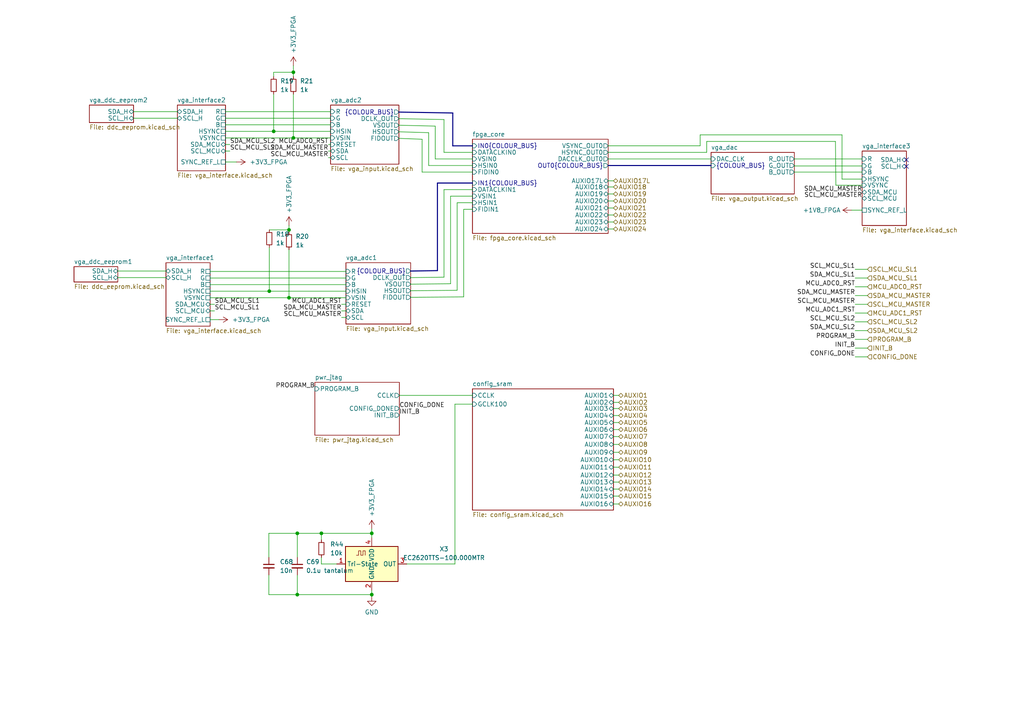
<source format=kicad_sch>
(kicad_sch (version 20211123) (generator eeschema)
  (paper "A4")
  (title_block (title "VGA Centrifuge") (date "2022-10-03") (rev "R3") (comment 1 "Author: Paolo Celati") (comment 2 "FPGA Section"))
  (lib_symbols
    (symbol "Device:C_Small" (pin_numbers hide) (pin_names (offset 0.254) hide)
      (property "Reference" "C" (at 0.254 1.778 0))
      (property "Value" "C_Small" (at 0.254 -2.032 0))
      (symbol "C_Small_0_1"
        (polyline (pts (xy -1.524 -0.508) (xy 1.524 -0.508)) (stroke (width 0.3302)))
        (polyline (pts (xy -1.524 0.508) (xy 1.524 0.508)) (stroke (width 0.3048)))
      )
      (symbol "C_Small_1_1"
        (pin passive line (at 0 2.54 270) (length 2.032) (name "~") (number "1"))
        (pin passive line (at 0 -2.54 90) (length 2.032) (name "~") (number "2"))
      )
    )
    (symbol "Device:R_Small" (pin_numbers hide) (pin_names (offset 0.254) hide)
      (property "Reference" "R" (at 0.762 0.508 0))
      (property "Value" "R_Small" (at 0.762 -1.016 0))
      (symbol "R_Small_0_1"
        (rectangle (start -0.762 1.778) (end 0.762 -1.778) (stroke (width 0.2032)))
      )
      (symbol "R_Small_1_1"
        (pin passive line (at 0 2.54 270) (length 0.762) (name "~") (number "1"))
        (pin passive line (at 0 -2.54 90) (length 0.762) (name "~") (number "2"))
      )
    )
    (symbol "centrifuge_symbols:+1V8_FPGA" (power) (pin_names (offset 0))
      (property "Value" "+1V8_FPGA" (at 0 3.556 90))
      (symbol "+1V8_FPGA_0_1"
        (polyline (pts (xy -0.762 1.27) (xy 0 2.54)))
        (polyline (pts (xy 0 0) (xy 0 2.54)))
        (polyline (pts (xy 0 2.54) (xy 0.762 1.27)))
      )
      (symbol "+1V8_FPGA_1_1"
        (pin power_in line (at 0 0 90) (length 0) hide (name "+1V8_FPGA") (number "1"))
      )
    )
    (symbol "centrifuge_symbols:+3V3_FPGA" (power) (pin_names (offset 0))
      (property "Value" "+3V3_FPGA" (at 0 3.556 90))
      (symbol "+3V3_FPGA_0_1"
        (polyline (pts (xy -0.762 1.27) (xy 0 2.54)))
        (polyline (pts (xy 0 0) (xy 0 2.54)))
        (polyline (pts (xy 0 2.54) (xy 0.762 1.27)))
      )
      (symbol "+3V3_FPGA_1_1"
        (pin power_in line (at 0 0 90) (length 0) hide (name "+3V3_FPGA") (number "1"))
      )
    )
    (symbol "centrifuge_symbols:EC2620TTS-100.000MTR"
      (property "Reference" "X" (at -5.08 6.35 0))
      (property "Value" "EC2620TTS-100.000MTR" (at 1.27 -6.35 0))
      (symbol "EC2620TTS-100.000MTR_0_1"
        (rectangle (start -7.62 5.08) (end 7.62 -5.08) (stroke (width 0.254)) (fill (type background)))
        (polyline (pts (xy -4.445 2.54) (xy -3.81 2.54) (xy -3.81 3.81) (xy -3.175 3.81) (xy -3.175 2.54) (xy -2.54 2.54) (xy -2.54 3.81) (xy -1.905 3.81) (xy -1.905 2.54)))
      )
      (symbol "EC2620TTS-100.000MTR_1_1"
        (pin input line (at -10.16 0 0) (length 2.54) (name "Tri-State") (number "1"))
        (pin power_in line (at 0 -7.62 90) (length 2.54) (name "GND") (number "2"))
        (pin output line (at 10.16 0 180) (length 2.54) (name "OUT") (number "3"))
        (pin power_in line (at 0 7.62 270) (length 2.54) (name "VDD") (number "4"))
      )
    )
    (symbol "power:GND" (power) (pin_names (offset 0))
      (property "Value" "GND" (at 0 -3.81 0))
      (symbol "GND_0_1"
        (polyline (pts (xy 0 0) (xy 0 -1.27) (xy 1.27 -1.27) (xy 0 -2.54) (xy -1.27 -1.27) (xy 0 -1.27)))
      )
      (symbol "GND_1_1"
        (pin power_in line (at 0 0 270) (length 0) hide (name "GND") (number "1"))
      )
    )
  )
  (junction (at 83.82 86.36))
  (junction (at 83.82 66.675))
  (junction (at 107.823 154.686))
  (junction (at 85.09 40.005))
  (junction (at 85.09 20.955))
  (junction (at 86.233 154.686))
  (junction (at 107.823 172.466))
  (junction (at 93.218 154.686))
  (junction (at 78.105 84.455))
  (junction (at 79.375 38.1))
  (junction (at 86.233 172.466))
  (no_connect (at 262.89 46.355))
  (no_connect (at 262.89 48.26))
  (wire (pts (xy 77.978 172.466) (xy 86.233 172.466)))
  (wire (pts (xy 65.405 38.1) (xy 79.375 38.1)))
  (wire (pts (xy 248.031 93.345) (xy 251.587 93.345)))
  (wire (pts (xy 107.823 173.101) (xy 107.823 172.466)))
  (wire (pts (xy 230.378 49.911) (xy 250.063 49.911)))
  (wire (pts (xy 85.09 19.05) (xy 85.09 20.955)))
  (wire (pts (xy 177.927 114.681) (xy 179.451 114.681)))
  (wire (pts (xy 248.031 83.185) (xy 251.587 83.185)))
  (wire (pts (xy 78.105 66.675) (xy 83.82 66.675)))
  (wire (pts (xy 177.927 124.587) (xy 179.451 124.587)))
  (bus (pts (xy 119.126 78.613) (xy 126.873 78.486)))
  (wire (pts (xy 79.375 20.955) (xy 85.09 20.955)))
  (wire (pts (xy 176.403 46.101) (xy 206.248 46.101)))
  (wire (pts (xy 115.697 34.417) (xy 128.778 34.671)))
  (wire (pts (xy 60.96 92.71) (xy 63.5 92.71)))
  (wire (pts (xy 230.378 46.101) (xy 250.063 46.101)))
  (bus (pts (xy 115.697 32.512) (xy 131.318 32.766)))
  (wire (pts (xy 79.375 27.305) (xy 79.375 38.1)))
  (wire (pts (xy 79.375 38.1) (xy 95.885 38.1)))
  (wire (pts (xy 137.033 58.801) (xy 132.588 58.801)))
  (wire (pts (xy 85.09 20.955) (xy 85.09 22.225)))
  (wire (pts (xy 78.105 84.455) (xy 100.33 84.455)))
  (wire (pts (xy 60.96 78.74) (xy 100.33 78.74)))
  (wire (pts (xy 124.333 38.481) (xy 124.333 48.006)))
  (wire (pts (xy 77.978 161.671) (xy 77.978 154.686)))
  (wire (pts (xy 83.82 86.36) (xy 100.33 86.36)))
  (wire (pts (xy 128.778 44.196) (xy 137.033 44.196)))
  (wire (pts (xy 137.033 49.911) (xy 122.428 49.911)))
  (bus (pts (xy 176.403 48.006) (xy 206.248 48.006)))
  (wire (pts (xy 86.233 166.751) (xy 86.233 172.466)))
  (wire (pts (xy 85.09 27.305) (xy 85.09 40.005)))
  (wire (pts (xy 107.823 154.686) (xy 107.823 155.956)))
  (wire (pts (xy 230.505 48.133) (xy 230.378 48.006)))
  (wire (pts (xy 65.405 40.005) (xy 85.09 40.005)))
  (wire (pts (xy 65.405 41.91) (xy 66.675 41.91)))
  (wire (pts (xy 248.031 80.645) (xy 251.587 80.645)))
  (wire (pts (xy 122.428 49.911) (xy 122.428 40.386)))
  (wire (pts (xy 122.428 40.386) (xy 115.697 40.132)))
  (wire (pts (xy 131.953 163.576) (xy 117.983 163.576)))
  (wire (pts (xy 130.683 82.296) (xy 130.683 56.896)))
  (wire (pts (xy 176.403 60.325) (xy 177.927 60.325)))
  (bus (pts (xy 126.873 78.486) (xy 126.873 53.086)))
  (wire (pts (xy 95.25 45.72) (xy 95.885 45.72)))
  (wire (pts (xy 248.031 100.965) (xy 251.587 100.965)))
  (wire (pts (xy 244.221 51.943) (xy 250.063 51.943)))
  (wire (pts (xy 107.823 153.416) (xy 107.823 154.686)))
  (wire (pts (xy 83.82 72.39) (xy 83.82 86.36)))
  (wire (pts (xy 78.105 71.755) (xy 78.105 84.455)))
  (wire (pts (xy 83.82 66.675) (xy 83.82 67.31)))
  (wire (pts (xy 128.778 80.391) (xy 119.126 80.518)))
  (wire (pts (xy 137.033 46.101) (xy 126.238 46.101)))
  (wire (pts (xy 177.927 141.859) (xy 179.451 141.859)))
  (bus (pts (xy 126.873 53.086) (xy 137.033 53.086)))
  (wire (pts (xy 95.25 43.815) (xy 95.885 43.815)))
  (wire (pts (xy 177.927 143.891) (xy 179.451 143.891)))
  (wire (pts (xy 99.06 90.17) (xy 100.33 90.17)))
  (wire (pts (xy 177.927 118.491) (xy 179.451 118.491)))
  (wire (pts (xy 115.697 38.227) (xy 124.333 38.481)))
  (wire (pts (xy 97.663 163.576) (xy 93.218 163.576)))
  (wire (pts (xy 79.375 22.225) (xy 79.375 20.955)))
  (wire (pts (xy 203.073 39.116) (xy 203.073 42.291)))
  (wire (pts (xy 132.588 84.201) (xy 119.126 84.328)))
  (wire (pts (xy 65.405 46.99) (xy 68.58 46.99)))
  (wire (pts (xy 128.778 34.671) (xy 128.778 44.196)))
  (wire (pts (xy 176.403 58.293) (xy 177.927 58.293)))
  (wire (pts (xy 60.96 80.645) (xy 100.33 80.645)))
  (wire (pts (xy 177.927 126.619) (xy 179.451 126.619)))
  (wire (pts (xy 177.927 137.795) (xy 179.451 137.795)))
  (wire (pts (xy 177.927 135.509) (xy 179.451 135.509)))
  (wire (pts (xy 65.405 36.195) (xy 95.885 36.195)))
  (wire (pts (xy 242.316 41.021) (xy 204.978 41.021)))
  (wire (pts (xy 65.405 34.29) (xy 95.885 34.29)))
  (wire (pts (xy 177.927 120.523) (xy 179.451 120.523)))
  (wire (pts (xy 132.588 58.801) (xy 132.588 84.201)))
  (wire (pts (xy 107.823 172.466) (xy 107.823 171.196)))
  (wire (pts (xy 242.316 41.021) (xy 242.443 53.721)))
  (wire (pts (xy 65.405 32.385) (xy 95.885 32.385)))
  (wire (pts (xy 177.927 122.555) (xy 179.451 122.555)))
  (wire (pts (xy 126.238 46.101) (xy 126.238 36.576)))
  (wire (pts (xy 119.126 82.423) (xy 130.683 82.296)))
  (wire (pts (xy 176.403 54.229) (xy 177.927 54.229)))
  (wire (pts (xy 248.031 85.725) (xy 251.587 85.725)))
  (wire (pts (xy 130.683 56.896) (xy 137.033 56.896)))
  (wire (pts (xy 99.06 88.265) (xy 100.33 88.265)))
  (wire (pts (xy 86.233 161.671) (xy 86.233 154.686)))
  (wire (pts (xy 248.031 95.885) (xy 251.587 95.885)))
  (wire (pts (xy 134.493 86.106) (xy 134.493 60.706)))
  (wire (pts (xy 242.443 53.721) (xy 250.063 53.721)))
  (wire (pts (xy 230.505 48.133) (xy 250.063 48.133)))
  (wire (pts (xy 38.735 34.29) (xy 51.435 34.29)))
  (wire (pts (xy 244.221 39.116) (xy 203.073 39.116)))
  (wire (pts (xy 137.033 54.991) (xy 128.778 54.991)))
  (wire (pts (xy 95.25 41.91) (xy 95.885 41.91)))
  (wire (pts (xy 77.978 166.751) (xy 77.978 172.466)))
  (wire (pts (xy 248.031 78.105) (xy 251.587 78.105)))
  (wire (pts (xy 248.031 90.805) (xy 251.587 90.805)))
  (wire (pts (xy 248.031 98.425) (xy 251.587 98.425)))
  (bus (pts (xy 131.318 32.766) (xy 131.318 42.291)))
  (wire (pts (xy 177.927 131.191) (xy 179.451 131.191)))
  (wire (pts (xy 85.09 40.005) (xy 95.885 40.005)))
  (wire (pts (xy 48.133 78.613) (xy 34.163 78.613)))
  (wire (pts (xy 83.82 65.405) (xy 83.82 66.675)))
  (wire (pts (xy 134.493 60.706) (xy 137.033 60.706)))
  (wire (pts (xy 60.96 88.265) (xy 62.23 88.265)))
  (wire (pts (xy 77.978 154.686) (xy 86.233 154.686)))
  (wire (pts (xy 48.133 80.518) (xy 34.163 80.518)))
  (wire (pts (xy 248.031 103.505) (xy 251.587 103.505)))
  (wire (pts (xy 177.927 146.177) (xy 179.451 146.177)))
  (wire (pts (xy 93.218 163.576) (xy 93.218 161.671)))
  (wire (pts (xy 244.221 39.116) (xy 244.221 51.943)))
  (wire (pts (xy 137.033 117.221) (xy 131.953 117.221)))
  (wire (pts (xy 204.978 41.021) (xy 204.978 44.196)))
  (wire (pts (xy 177.927 116.713) (xy 179.451 116.713)))
  (wire (pts (xy 176.403 56.261) (xy 177.927 56.261)))
  (wire (pts (xy 65.405 43.815) (xy 66.675 43.815)))
  (bus (pts (xy 131.318 42.291) (xy 137.033 42.291)))
  (wire (pts (xy 177.927 139.827) (xy 179.451 139.827)))
  (wire (pts (xy 60.96 82.55) (xy 100.33 82.55)))
  (wire (pts (xy 60.96 86.36) (xy 83.82 86.36)))
  (wire (pts (xy 115.824 114.681) (xy 137.033 114.681)))
  (wire (pts (xy 124.333 48.006) (xy 137.033 48.006)))
  (wire (pts (xy 176.403 66.421) (xy 177.927 66.421)))
  (wire (pts (xy 176.403 52.451) (xy 177.927 52.451)))
  (wire (pts (xy 99.06 92.075) (xy 100.33 92.075)))
  (wire (pts (xy 131.953 117.221) (xy 131.953 163.576)))
  (wire (pts (xy 86.233 172.466) (xy 107.823 172.466)))
  (wire (pts (xy 176.403 62.357) (xy 177.927 62.357)))
  (wire (pts (xy 60.96 90.17) (xy 62.23 90.17)))
  (wire (pts (xy 204.978 44.196) (xy 176.403 44.196)))
  (wire (pts (xy 119.126 86.233) (xy 134.493 86.106)))
  (wire (pts (xy 177.927 133.35) (xy 179.451 133.35)))
  (wire (pts (xy 203.073 42.291) (xy 176.403 42.291)))
  (wire (pts (xy 38.735 32.385) (xy 51.435 32.385)))
  (wire (pts (xy 176.403 64.389) (xy 177.927 64.389)))
  (wire (pts (xy 126.238 36.576) (xy 115.697 36.322)))
  (wire (pts (xy 248.031 88.265) (xy 251.587 88.265)))
  (wire (pts (xy 60.96 84.455) (xy 78.105 84.455)))
  (wire (pts (xy 128.778 54.991) (xy 128.778 80.391)))
  (wire (pts (xy 86.233 154.686) (xy 93.218 154.686)))
  (wire (pts (xy 93.218 154.686) (xy 107.823 154.686)))
  (wire (pts (xy 247.015 60.96) (xy 250.063 60.96)))
  (wire (pts (xy 93.218 156.591) (xy 93.218 154.686)))
  (wire (pts (xy 177.927 128.905) (xy 179.451 128.905)))
  (label "SDA_MCU_MASTER" (at 248.031 85.725 180))
  (label "MCU_ADC0_RST" (at 248.031 83.185 180))
  (label "PROGRAM_B" (at 91.313 112.776 180))
  (label "MCU_ADC1_RST" (at 248.031 90.805 180))
  (label "SDA_MCU_SL2" (at 66.675 41.91 0))
  (label "SCL_MCU_MASTER" (at 95.25 45.72 180))
  (label "SDA_MCU_MASTER" (at 250.063 55.753 180))
  (label "SCL_MCU_MASTER" (at 99.06 92.075 180))
  (label "SDA_MCU_MASTER" (at 95.25 43.815 180))
  (label "SCL_MCU_MASTER" (at 250.063 57.531 180))
  (label "CONFIG_DONE" (at 248.031 103.505 180))
  (label "SCL_MCU_SL1" (at 62.23 90.17 0))
  (label "CONFIG_DONE" (at 115.824 118.491 0))
  (label "PROGRAM_B" (at 248.031 98.425 180))
  (label "SCL_MCU_SL2" (at 66.675 43.815 0))
  (label "MCU_ADC1_RST" (at 99.06 88.265 180))
  (label "SDA_MCU_SL1" (at 62.23 88.265 0))
  (label "SCL_MCU_SL1" (at 248.031 78.105 180))
  (label "SCL_MCU_MASTER" (at 248.031 88.265 180))
  (label "SDA_MCU_SL1" (at 248.031 80.645 180))
  (label "SDA_MCU_MASTER" (at 99.06 90.17 180))
  (label "MCU_ADC0_RST" (at 95.25 41.91 180))
  (label "INIT_B" (at 115.824 120.396 0))
  (label "SCL_MCU_SL2" (at 248.031 93.345 180))
  (label "INIT_B" (at 248.031 100.965 180))
  (label "SDA_MCU_SL2" (at 248.031 95.885 180))
  (hierarchical_label "AUXIO21" (shape bidirectional) (at 177.927 60.325 0))
  (hierarchical_label "AUXIO20" (shape bidirectional) (at 177.927 58.293 0))
  (hierarchical_label "MCU_ADC1_RST" (shape input) (at 251.587 90.805 0))
  (hierarchical_label "AUXIO19" (shape bidirectional) (at 177.927 56.261 0))
  (hierarchical_label "AUXIO10" (shape bidirectional) (at 179.451 133.35 0))
  (hierarchical_label "AUXIO2" (shape bidirectional) (at 179.451 116.713 0))
  (hierarchical_label "AUXIO12" (shape bidirectional) (at 179.451 137.795 0))
  (hierarchical_label "AUXIO17L" (shape bidirectional) (at 177.927 52.451 0))
  (hierarchical_label "AUXIO9" (shape bidirectional) (at 179.451 131.191 0))
  (hierarchical_label "AUXIO11" (shape bidirectional) (at 179.451 135.509 0))
  (hierarchical_label "SCL_MCU_SL1" (shape input) (at 251.587 78.105 0))
  (hierarchical_label "MCU_ADC0_RST" (shape input) (at 251.587 83.185 0))
  (hierarchical_label "AUXIO6" (shape bidirectional) (at 179.451 124.587 0))
  (hierarchical_label "SDA_MCU_SL1" (shape input) (at 251.587 80.645 0))
  (hierarchical_label "AUXIO16" (shape bidirectional) (at 179.451 146.177 0))
  (hierarchical_label "AUXIO1" (shape bidirectional) (at 179.451 114.681 0))
  (hierarchical_label "AUXIO15" (shape bidirectional) (at 179.451 143.891 0))
  (hierarchical_label "SCL_MCU_MASTER" (shape input) (at 251.587 88.265 0))
  (hierarchical_label "AUXIO24" (shape bidirectional) (at 177.927 66.421 0))
  (hierarchical_label "PROGRAM_B" (shape input) (at 251.587 98.425 0))
  (hierarchical_label "CONFIG_DONE" (shape input) (at 251.587 103.505 0))
  (hierarchical_label "AUXIO8" (shape bidirectional) (at 179.451 128.905 0))
  (hierarchical_label "AUXIO13" (shape bidirectional) (at 179.451 139.827 0))
  (hierarchical_label "AUXIO7" (shape bidirectional) (at 179.451 126.619 0))
  (hierarchical_label "AUXIO5" (shape bidirectional) (at 179.451 122.555 0))
  (hierarchical_label "SDA_MCU_SL2" (shape input) (at 251.587 95.885 0))
  (hierarchical_label "AUXIO14" (shape bidirectional) (at 179.451 141.859 0))
  (hierarchical_label "AUXIO3" (shape bidirectional) (at 179.451 118.491 0))
  (hierarchical_label "AUXIO22" (shape bidirectional) (at 177.927 62.357 0))
  (hierarchical_label "AUXIO18" (shape bidirectional) (at 177.927 54.229 0))
  (hierarchical_label "SCL_MCU_SL2" (shape input) (at 251.587 93.345 0))
  (hierarchical_label "AUXIO4" (shape bidirectional) (at 179.451 120.523 0))
  (hierarchical_label "SDA_MCU_MASTER" (shape input) (at 251.587 85.725 0))
  (hierarchical_label "AUXIO23" (shape bidirectional) (at 177.927 64.389 0))
  (hierarchical_label "INIT_B" (shape input) (at 251.587 100.965 0))
  (symbol (lib_id "Device:R_Small") (at 93.218 159.131 0) (unit 1)
    (property "Reference" "R44" (at 95.758 157.8609 0) (effects (justify left)))
    (property "Value" "10k" (at 95.758 160.4009 0) (effects (justify left)))
    (property "Footprint" "Resistor_SMD:R_0805_2012Metric_Pad1.20x1.40mm_HandSolder" (effects hide))
    (property "Order Page" "https://no.mouser.com/ProductDetail/YAGEO/RC0805FR-1310KL?qs=sGAEpiMZZMtlubZbdhIBIHucEnbnlIRRGobQQ23C9vc%3D" (effects hide))
  )
  (symbol (lib_id "Device:R_Small") (at 79.375 24.765 0) (unit 1)
    (property "Reference" "R19" (at 81.28 23.4949 0) (effects (justify left)))
    (property "Value" "1k" (at 81.28 26.0349 0) (effects (justify left)))
    (property "Footprint" "Resistor_SMD:R_0805_2012Metric_Pad1.20x1.40mm_HandSolder" (effects hide))
    (property "Order Page" "https://no.mouser.com/ProductDetail/Bourns/CRT0805-FZ-1001ELF?qs=sGAEpiMZZMtlubZbdhIBIE1fcddgskk31VQUnea8%252BbY%3D" (effects hide))
  )
  (symbol (lib_id "power:GND") (at 107.823 173.101 0) (unit 1)
    (property "Reference" "#PWR0118" (effects hide))
    (property "Value" "GND" (at 107.823 177.546 0))
  )
  (symbol (lib_id "centrifuge_symbols:EC2620TTS-100.000MTR") (at 107.823 163.576 0) (unit 1)
    (property "Reference" "X3" (at 128.778 159.2453 0))
    (property "Value" "EC2620TTS-100.000MTR" (at 128.778 161.7853 0))
    (property "Footprint" "Oscillator:Oscillator_SMD_EuroQuartz_XO91-4Pin_7.0x5.0mm_HandSoldering" (effects hide))
    (property "Datasheet" "https://no.mouser.com/datasheet/2/3/EC26-1903611.pdf" (effects hide))
    (property "Purchase" "TODO" (effects hide))
  )
  (symbol (lib_id "centrifuge_symbols:+3V3_FPGA") (at 83.82 65.405 0) (unit 1)
    (property "Reference" "#PWR0134" (effects hide))
    (property "Value" "+3V3_FPGA" (at 83.82 61.849 90) (effects (justify left)))
  )
  (symbol (lib_id "centrifuge_symbols:+3V3_FPGA") (at 85.09 19.05 0) (unit 1)
    (property "Reference" "#PWR0133" (effects hide))
    (property "Value" "+3V3_FPGA" (at 85.09 15.494 90) (effects (justify left)))
  )
  (symbol (lib_id "Device:R_Small") (at 85.09 24.765 0) (unit 1)
    (property "Reference" "R21" (at 86.995 23.4949 0) (effects (justify left)))
    (property "Value" "1k" (at 86.995 26.0349 0) (effects (justify left)))
    (property "Footprint" "Resistor_SMD:R_0805_2012Metric_Pad1.20x1.40mm_HandSolder" (effects hide))
    (property "Order Page" "https://no.mouser.com/ProductDetail/Bourns/CRT0805-FZ-1001ELF?qs=sGAEpiMZZMtlubZbdhIBIE1fcddgskk31VQUnea8%252BbY%3D" (effects hide))
  )
  (symbol (lib_id "Device:R_Small") (at 78.105 69.215 0) (unit 1)
    (property "Reference" "R18" (at 80.01 67.9449 0) (effects (justify left)))
    (property "Value" "1k" (at 80.01 70.4849 0) (effects (justify left)))
    (property "Footprint" "Resistor_SMD:R_0805_2012Metric_Pad1.20x1.40mm_HandSolder" (effects hide))
    (property "Order Page" "https://no.mouser.com/ProductDetail/Bourns/CRT0805-FZ-1001ELF?qs=sGAEpiMZZMtlubZbdhIBIE1fcddgskk31VQUnea8%252BbY%3D" (effects hide))
  )
  (symbol (lib_id "Device:C_Small") (at 86.233 164.211 0) (unit 1)
    (property "Reference" "C69" (at 88.773 162.9472 0) (effects (justify left)))
    (property "Value" "0.1u tantalum" (at 88.773 165.4872 0) (effects (justify left)))
    (property "Footprint" "Capacitor_SMD:C_0805_2012Metric_Pad1.18x1.45mm_HandSolder" (effects hide))
    (property "Order Page" "https://no.mouser.com/ProductDetail/Vishay-Sprague/TMCP1D104MTRF?qs=WatphXlIDnw%2FoZNcCIT6eQ%3D%3D" (effects hide))
  )
  (symbol (lib_id "centrifuge_symbols:+3V3_FPGA") (at 107.823 153.416 0) (unit 1)
    (property "Reference" "#PWR0128" (effects hide))
    (property "Value" "+3V3_FPGA" (at 107.823 149.86 90) (effects (justify left)))
  )
  (symbol (lib_id "Device:C_Small") (at 77.978 164.211 0) (unit 1)
    (property "Reference" "C68" (at 81.153 162.9472 0) (effects (justify left)))
    (property "Value" "10n" (at 81.153 165.4872 0) (effects (justify left)))
    (property "Footprint" "Capacitor_SMD:C_0805_2012Metric_Pad1.18x1.45mm_HandSolder" (effects hide))
    (property "Order Page" "https://no.mouser.com/ProductDetail/YAGEO/CC0805MRX7R9BB103?qs=57cj7OiSijmskACsiRh84g%3D%3D" (effects hide))
  )
  (symbol (lib_id "centrifuge_symbols:+3V3_FPGA") (at 68.58 46.99 270) (unit 1)
    (property "Reference" "#PWR0123" (effects hide))
    (property "Value" "+3V3_FPGA" (at 72.39 46.9899 90) (effects (justify left)))
  )
  (symbol (lib_id "Device:R_Small") (at 83.82 69.85 0) (unit 1)
    (property "Reference" "R20" (at 85.725 68.5799 0) (effects (justify left)))
    (property "Value" "1k" (at 85.725 71.1199 0) (effects (justify left)))
    (property "Footprint" "Resistor_SMD:R_0805_2012Metric_Pad1.20x1.40mm_HandSolder" (effects hide))
    (property "Order Page" "https://no.mouser.com/ProductDetail/Bourns/CRT0805-FZ-1001ELF?qs=sGAEpiMZZMtlubZbdhIBIE1fcddgskk31VQUnea8%252BbY%3D" (effects hide))
  )
  (symbol (lib_id "centrifuge_symbols:+1V8_FPGA") (at 247.015 60.96 90) (unit 1)
    (property "Reference" "#PWR0177" (effects hide))
    (property "Value" "+1V8_FPGA" (at 243.84 60.9599 90) (effects (justify left)))
  )
  (symbol (lib_id "centrifuge_symbols:+3V3_FPGA") (at 63.5 92.71 270) (unit 1)
    (property "Reference" "#PWR0190" (effects hide))
    (property "Value" "+3V3_FPGA" (at 67.31 92.7099 90) (effects (justify left)))
  )
  (sheet (at 137.033 40.386) (size 39.37 27.305) (stroke (width 0.1524))
    (property "Sheet name" "fpga_core" (at 137.033 39.6744 0) (effects (justify left bottom)))
    (property "Sheet file" "fpga_core.kicad_sch" (at 137.033 68.2756 0) (effects (justify left top)))
    (pin "VSYNC_OUT0" output (at 176.403 42.291 0))
    (pin "HSYNC_OUT0" output (at 176.403 44.196 0))
    (pin "DACCLK_OUT0" output (at 176.403 46.101 0))
    (pin "OUT0{COLOUR_BUS}" output (at 176.403 48.006 0))
    (pin "VSIN0" input (at 137.033 46.101 180))
    (pin "HSIN0" input (at 137.033 48.006 180))
    (pin "FIDIN0" input (at 137.033 49.911 180))
    (pin "DATACLKIN1" input (at 137.033 54.991 180))
    (pin "DATACLKIN0" input (at 137.033 44.196 180))
    (pin "VSIN1" input (at 137.033 56.896 180))
    (pin "HSIN1" input (at 137.033 58.801 180))
    (pin "FIDIN1" input (at 137.033 60.706 180))
    (pin "IN0{COLOUR_BUS}" input (at 137.033 42.291 180))
    (pin "IN1{COLOUR_BUS}" input (at 137.033 53.086 180))
    (pin "AUXIO18" bidirectional (at 176.403 54.229 0))
    (pin "AUXIO17L" bidirectional (at 176.403 52.451 0))
    (pin "AUXIO24" bidirectional (at 176.403 66.421 0))
    (pin "AUXIO21" bidirectional (at 176.403 60.325 0))
    (pin "AUXIO22" bidirectional (at 176.403 62.357 0))
    (pin "AUXIO23" bidirectional (at 176.403 64.389 0))
    (pin "AUXIO19" bidirectional (at 176.403 56.261 0))
    (pin "AUXIO20" bidirectional (at 176.403 58.293 0))
  )
  (sheet (at 48.133 76.2) (size 12.827 18.415) (stroke (width 0.1524))
    (property "Sheet name" "vga_interface1" (at 48.133 75.4884 0) (effects (justify left bottom)))
    (property "Sheet file" "vga_interface.kicad_sch" (at 48.133 95.1996 0) (effects (justify left top)))
    (pin "SCL_H" tri_state (at 48.133 80.518 180))
    (pin "SDA_H" tri_state (at 48.133 78.613 180))
    (pin "SCL_MCU" tri_state (at 60.96 90.17 0))
    (pin "SDA_MCU" tri_state (at 60.96 88.265 0))
    (pin "VSYNC" passive (at 60.96 86.36 0))
    (pin "HSYNC" passive (at 60.96 84.455 0))
    (pin "G" passive (at 60.96 80.645 0))
    (pin "R" passive (at 60.96 78.74 0))
    (pin "B" passive (at 60.96 82.55 0))
    (pin "SYNC_REF_L" passive (at 60.96 92.71 0))
  )
  (sheet (at 51.435 30.48) (size 13.97 19.05) (stroke (width 0.1524))
    (property "Sheet name" "vga_interface2" (at 51.435 29.7684 0) (effects (justify left bottom)))
    (property "Sheet file" "vga_interface.kicad_sch" (at 51.435 50.1146 0) (effects (justify left top)))
    (pin "SCL_H" tri_state (at 51.435 34.29 180))
    (pin "SDA_H" tri_state (at 51.435 32.385 180))
    (pin "SCL_MCU" tri_state (at 65.405 43.815 0))
    (pin "SDA_MCU" tri_state (at 65.405 41.91 0))
    (pin "VSYNC" passive (at 65.405 40.005 0))
    (pin "HSYNC" passive (at 65.405 38.1 0))
    (pin "G" passive (at 65.405 34.29 0))
    (pin "R" passive (at 65.405 32.385 0))
    (pin "B" passive (at 65.405 36.195 0))
    (pin "SYNC_REF_L" passive (at 65.405 46.99 0))
  )
  (sheet (at 137.033 112.776) (size 40.894 35.179) (stroke (width 0.1524))
    (property "Sheet name" "config_sram" (at 137.033 112.0644 0) (effects (justify left bottom)))
    (property "Sheet file" "config_sram.kicad_sch" (at 137.033 148.5396 0) (effects (justify left top)))
    (pin "CCLK" input (at 137.033 114.681 180))
    (pin "GCLK100" input (at 137.033 117.221 180))
    (pin "AUXIO8" bidirectional (at 177.927 128.905 0))
    (pin "AUXIO10" bidirectional (at 177.927 133.35 0))
    (pin "AUXIO1" bidirectional (at 177.927 114.681 0))
    (pin "AUXIO2" bidirectional (at 177.927 116.713 0))
    (pin "AUXIO3" bidirectional (at 177.927 118.491 0))
    (pin "AUXIO4" bidirectional (at 177.927 120.523 0))
    (pin "AUXIO5" bidirectional (at 177.927 122.555 0))
    (pin "AUXIO6" bidirectional (at 177.927 124.587 0))
    (pin "AUXIO7" bidirectional (at 177.927 126.619 0))
    (pin "AUXIO9" bidirectional (at 177.927 131.191 0))
    (pin "AUXIO11" bidirectional (at 177.927 135.509 0))
    (pin "AUXIO13" bidirectional (at 177.927 139.827 0))
    (pin "AUXIO14" bidirectional (at 177.927 141.859 0))
    (pin "AUXIO15" bidirectional (at 177.927 143.891 0))
    (pin "AUXIO16" bidirectional (at 177.927 146.177 0))
    (pin "AUXIO12" bidirectional (at 177.927 137.795 0))
  )
  (sheet (at 206.248 44.196) (size 24.13 12.065) (stroke (width 0.1524))
    (property "Sheet name" "vga_dac" (at 206.248 43.4844 0) (effects (justify left bottom)))
    (property "Sheet file" "vga_output.kicad_sch" (at 206.248 56.8456 0) (effects (justify left top)))
    (pin "R_OUT" output (at 230.378 46.101 0))
    (pin "B_OUT" output (at 230.378 49.911 0))
    (pin "G_OUT" output (at 230.378 48.006 0))
    (pin "DAC_CLK" input (at 206.248 46.101 180))
    (pin "{COLOUR_BUS}" input (at 206.248 48.006 180))
  )
  (sheet (at 250.063 43.815) (size 12.827 21.59) (stroke (width 0.1524))
    (property "Sheet name" "vga_interface3" (at 250.063 43.1034 0) (effects (justify left bottom)))
    (property "Sheet file" "vga_interface.kicad_sch" (at 250.063 65.9896 0) (effects (justify left top)))
    (pin "R" input (at 250.063 46.101 180))
    (pin "G" input (at 250.063 48.133 180))
    (pin "B" input (at 250.063 49.911 180))
    (pin "SCL_H" tri_state (at 262.89 48.26 0))
    (pin "SDA_H" tri_state (at 262.89 46.355 0))
    (pin "HSYNC" input (at 250.063 51.943 180))
    (pin "VSYNC" input (at 250.063 53.721 180))
    (pin "SCL_MCU" tri_state (at 250.063 57.531 180))
    (pin "SDA_MCU" tri_state (at 250.063 55.753 180))
    (pin "SYNC_REF_L" passive (at 250.063 60.96 180))
  )
  (sheet (at 100.33 76.2) (size 18.796 17.78) (stroke (width 0.1524))
    (property "Sheet name" "vga_adc1" (at 100.33 75.4884 0) (effects (justify left bottom)))
    (property "Sheet file" "vga_input.kicad_sch" (at 100.33 94.5646 0) (effects (justify left top)))
    (pin "DCLK_OUT" output (at 119.126 80.518 0))
    (pin "SDA" tri_state (at 100.33 90.17 180))
    (pin "SCL" tri_state (at 100.33 92.075 180))
    (pin "RESET" input (at 100.33 88.265 180))
    (pin "HSIN" input (at 100.33 84.455 180))
    (pin "VSIN" input (at 100.33 86.36 180))
    (pin "VSOUT" output (at 119.126 82.423 0))
    (pin "HSOUT" output (at 119.126 84.328 0))
    (pin "FIDOUT" output (at 119.126 86.233 0))
    (pin "G" input (at 100.33 80.645 180))
    (pin "B" input (at 100.33 82.55 180))
    (pin "R" input (at 100.33 78.74 180))
    (pin "{COLOUR_BUS}" output (at 119.126 78.613 0))
  )
  (sheet (at 91.313 110.871) (size 24.511 15.367) (stroke (width 0.1524))
    (property "Sheet name" "pwr_jtag" (at 91.313 110.1594 0) (effects (justify left bottom)))
    (property "Sheet file" "pwr_jtag.kicad_sch" (at 91.313 126.8226 0) (effects (justify left top)))
    (pin "CONFIG_DONE" output (at 115.824 118.491 0))
    (pin "PROGRAM_B" input (at 91.313 112.776 180))
    (pin "CCLK" output (at 115.824 114.681 0))
    (pin "INIT_B" output (at 115.824 120.396 0))
  )
  (sheet (at 21.463 77.343) (size 12.7 4.445) (stroke (width 0.1524))
    (property "Sheet name" "vga_ddc_eeprom1" (at 21.463 76.6314 0) (effects (justify left bottom)))
    (property "Sheet file" "ddc_eeprom.kicad_sch" (at 21.463 82.3726 0) (effects (justify left top)))
    (pin "SDA_H" tri_state (at 34.163 78.613 0))
    (pin "SCL_H" tri_state (at 34.163 80.518 0))
  )
  (sheet (at 95.885 30.48) (size 19.812 17.145) (stroke (width 0.1524))
    (property "Sheet name" "vga_adc2" (at 95.885 29.7684 0) (effects (justify left bottom)))
    (property "Sheet file" "vga_input.kicad_sch" (at 95.885 48.2096 0) (effects (justify left top)))
    (pin "DCLK_OUT" output (at 115.697 34.417 0))
    (pin "SDA" tri_state (at 95.885 43.815 180))
    (pin "SCL" tri_state (at 95.885 45.72 180))
    (pin "RESET" input (at 95.885 41.91 180))
    (pin "HSIN" input (at 95.885 38.1 180))
    (pin "VSIN" input (at 95.885 40.005 180))
    (pin "VSOUT" output (at 115.697 36.322 0))
    (pin "HSOUT" output (at 115.697 38.227 0))
    (pin "FIDOUT" output (at 115.697 40.132 0))
    (pin "G" input (at 95.885 34.29 180))
    (pin "B" input (at 95.885 36.195 180))
    (pin "R" input (at 95.885 32.385 180))
    (pin "{COLOUR_BUS}" output (at 115.697 32.512 0))
  )
  (sheet (at 25.908 30.48) (size 12.827 5.08) (stroke (width 0.1524))
    (property "Sheet name" "vga_ddc_eeprom2" (at 25.908 29.7684 0) (effects (justify left bottom)))
    (property "Sheet file" "ddc_eeprom.kicad_sch" (at 25.908 36.1446 0) (effects (justify left top)))
    (pin "SDA_H" tri_state (at 38.735 32.385 0))
    (pin "SCL_H" tri_state (at 38.735 34.29 0))
  )
)
</source>
